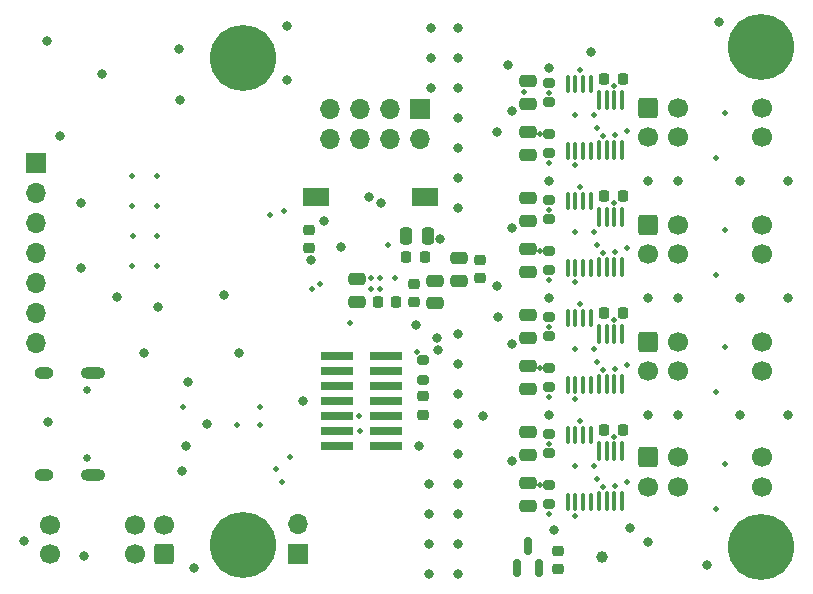
<source format=gts>
G04 #@! TF.GenerationSoftware,KiCad,Pcbnew,(6.0.11)*
G04 #@! TF.CreationDate,2023-05-24T19:33:28+02:00*
G04 #@! TF.ProjectId,an2can,616e3263-616e-42e6-9b69-6361645f7063,V0*
G04 #@! TF.SameCoordinates,Original*
G04 #@! TF.FileFunction,Soldermask,Top*
G04 #@! TF.FilePolarity,Negative*
%FSLAX46Y46*%
G04 Gerber Fmt 4.6, Leading zero omitted, Abs format (unit mm)*
G04 Created by KiCad (PCBNEW (6.0.11)) date 2023-05-24 19:33:28*
%MOMM*%
%LPD*%
G01*
G04 APERTURE LIST*
G04 Aperture macros list*
%AMRoundRect*
0 Rectangle with rounded corners*
0 $1 Rounding radius*
0 $2 $3 $4 $5 $6 $7 $8 $9 X,Y pos of 4 corners*
0 Add a 4 corners polygon primitive as box body*
4,1,4,$2,$3,$4,$5,$6,$7,$8,$9,$2,$3,0*
0 Add four circle primitives for the rounded corners*
1,1,$1+$1,$2,$3*
1,1,$1+$1,$4,$5*
1,1,$1+$1,$6,$7*
1,1,$1+$1,$8,$9*
0 Add four rect primitives between the rounded corners*
20,1,$1+$1,$2,$3,$4,$5,0*
20,1,$1+$1,$4,$5,$6,$7,0*
20,1,$1+$1,$6,$7,$8,$9,0*
20,1,$1+$1,$8,$9,$2,$3,0*%
G04 Aperture macros list end*
%ADD10C,1.700000*%
%ADD11RoundRect,0.250000X-0.600000X-0.600000X0.600000X-0.600000X0.600000X0.600000X-0.600000X0.600000X0*%
%ADD12C,1.000000*%
%ADD13RoundRect,0.250000X-0.475000X0.250000X-0.475000X-0.250000X0.475000X-0.250000X0.475000X0.250000X0*%
%ADD14RoundRect,0.200000X-0.275000X0.200000X-0.275000X-0.200000X0.275000X-0.200000X0.275000X0.200000X0*%
%ADD15R,2.180000X1.600000*%
%ADD16C,5.600000*%
%ADD17RoundRect,0.100000X0.100000X-0.712500X0.100000X0.712500X-0.100000X0.712500X-0.100000X-0.712500X0*%
%ADD18RoundRect,0.225000X0.225000X0.250000X-0.225000X0.250000X-0.225000X-0.250000X0.225000X-0.250000X0*%
%ADD19RoundRect,0.250000X0.475000X-0.250000X0.475000X0.250000X-0.475000X0.250000X-0.475000X-0.250000X0*%
%ADD20RoundRect,0.225000X-0.250000X0.225000X-0.250000X-0.225000X0.250000X-0.225000X0.250000X0.225000X0*%
%ADD21RoundRect,0.200000X0.275000X-0.200000X0.275000X0.200000X-0.275000X0.200000X-0.275000X-0.200000X0*%
%ADD22RoundRect,0.250000X0.600000X0.600000X-0.600000X0.600000X-0.600000X-0.600000X0.600000X-0.600000X0*%
%ADD23RoundRect,0.218750X-0.218750X-0.256250X0.218750X-0.256250X0.218750X0.256250X-0.218750X0.256250X0*%
%ADD24R,2.790000X0.740000*%
%ADD25RoundRect,0.100000X0.100000X-0.637500X0.100000X0.637500X-0.100000X0.637500X-0.100000X-0.637500X0*%
%ADD26R,1.700000X1.700000*%
%ADD27O,1.700000X1.700000*%
%ADD28RoundRect,0.218750X0.256250X-0.218750X0.256250X0.218750X-0.256250X0.218750X-0.256250X-0.218750X0*%
%ADD29RoundRect,0.250000X-0.250000X-0.475000X0.250000X-0.475000X0.250000X0.475000X-0.250000X0.475000X0*%
%ADD30RoundRect,0.150000X0.150000X-0.587500X0.150000X0.587500X-0.150000X0.587500X-0.150000X-0.587500X0*%
%ADD31RoundRect,0.225000X0.250000X-0.225000X0.250000X0.225000X-0.250000X0.225000X-0.250000X-0.225000X0*%
%ADD32C,0.650000*%
%ADD33O,2.100000X1.000000*%
%ADD34O,1.600000X1.000000*%
%ADD35C,0.800000*%
%ADD36C,0.500000*%
G04 APERTURE END LIST*
D10*
X126266000Y-74696000D03*
X126266000Y-77196000D03*
D11*
X116586000Y-74696000D03*
D10*
X116586000Y-77196000D03*
X119086000Y-74696000D03*
X119086000Y-77196000D03*
D12*
X112649000Y-112776000D03*
D13*
X106426000Y-96586000D03*
X106426000Y-98486000D03*
D14*
X108204000Y-106617000D03*
X108204000Y-108267000D03*
D15*
X97681000Y-82296000D03*
X88501000Y-82296000D03*
D16*
X126111000Y-69596000D03*
D17*
X112436000Y-78292500D03*
X113086000Y-78292500D03*
X113736000Y-78292500D03*
X114386000Y-78292500D03*
X114386000Y-74067500D03*
X113736000Y-74067500D03*
X113086000Y-74067500D03*
X112436000Y-74067500D03*
D18*
X114440000Y-101981000D03*
X112890000Y-101981000D03*
D14*
X108204000Y-96711000D03*
X108204000Y-98361000D03*
D19*
X106426000Y-74356000D03*
X106426000Y-72456000D03*
X98552000Y-91247000D03*
X98552000Y-89347000D03*
D18*
X114440000Y-92075000D03*
X112890000Y-92075000D03*
D13*
X106426000Y-76774000D03*
X106426000Y-78674000D03*
D20*
X108966000Y-112255000D03*
X108966000Y-113805000D03*
D14*
X108204000Y-76899000D03*
X108204000Y-78549000D03*
D13*
X100584000Y-87442000D03*
X100584000Y-89342000D03*
D21*
X108204000Y-103949000D03*
X108204000Y-102299000D03*
D10*
X65931000Y-110002000D03*
X65931000Y-112502000D03*
D22*
X75611000Y-112502000D03*
D10*
X75611000Y-110002000D03*
X73111000Y-112502000D03*
X73111000Y-110002000D03*
D19*
X106426000Y-94168000D03*
X106426000Y-92268000D03*
D23*
X93700500Y-91186000D03*
X95275500Y-91186000D03*
D24*
X94356500Y-103378000D03*
X90286500Y-103378000D03*
X94356500Y-102108000D03*
X90286500Y-102108000D03*
X94356500Y-100838000D03*
X90286500Y-100838000D03*
X94356500Y-99568000D03*
X90286500Y-99568000D03*
X94356500Y-98298000D03*
X90286500Y-98298000D03*
X94356500Y-97028000D03*
X90286500Y-97028000D03*
X94356500Y-95758000D03*
X90286500Y-95758000D03*
D25*
X109769000Y-108125500D03*
X110419000Y-108125500D03*
X111069000Y-108125500D03*
X111719000Y-108125500D03*
X111719000Y-102400500D03*
X111069000Y-102400500D03*
X110419000Y-102400500D03*
X109769000Y-102400500D03*
D17*
X112436000Y-98104500D03*
X113086000Y-98104500D03*
X113736000Y-98104500D03*
X114386000Y-98104500D03*
X114386000Y-93879500D03*
X113736000Y-93879500D03*
X113086000Y-93879500D03*
X112436000Y-93879500D03*
D18*
X114440000Y-72263000D03*
X112890000Y-72263000D03*
D19*
X91948000Y-91120000D03*
X91948000Y-89220000D03*
D10*
X126266000Y-106787000D03*
X126266000Y-104287000D03*
D11*
X116586000Y-104287000D03*
D10*
X116586000Y-106787000D03*
X119086000Y-104287000D03*
X119086000Y-106787000D03*
D14*
X97536000Y-96076000D03*
X97536000Y-97726000D03*
D26*
X97272000Y-74803000D03*
D27*
X97272000Y-77343000D03*
X94732000Y-74803000D03*
X94732000Y-77343000D03*
X92192000Y-74803000D03*
X92192000Y-77343000D03*
X89652000Y-74803000D03*
X89652000Y-77343000D03*
D28*
X97536000Y-100736500D03*
X97536000Y-99161500D03*
D25*
X109769000Y-88313500D03*
X110419000Y-88313500D03*
X111069000Y-88313500D03*
X111719000Y-88313500D03*
X111719000Y-82588500D03*
X111069000Y-82588500D03*
X110419000Y-82588500D03*
X109769000Y-82588500D03*
X109769000Y-98219500D03*
X110419000Y-98219500D03*
X111069000Y-98219500D03*
X111719000Y-98219500D03*
X111719000Y-92494500D03*
X111069000Y-92494500D03*
X110419000Y-92494500D03*
X109769000Y-92494500D03*
D18*
X114440000Y-82169000D03*
X112890000Y-82169000D03*
D21*
X108204000Y-74231000D03*
X108204000Y-72581000D03*
D10*
X126266000Y-94508000D03*
X126266000Y-97008000D03*
D11*
X116586000Y-94508000D03*
D10*
X116586000Y-97008000D03*
X119086000Y-94508000D03*
X119086000Y-97008000D03*
D29*
X96078000Y-85598000D03*
X97978000Y-85598000D03*
D23*
X96113500Y-87376000D03*
X97688500Y-87376000D03*
D30*
X105476000Y-113713500D03*
X107376000Y-113713500D03*
X106426000Y-111838500D03*
D31*
X96774000Y-91199000D03*
X96774000Y-89649000D03*
D21*
X108204000Y-94043000D03*
X108204000Y-92393000D03*
D26*
X86959500Y-112527000D03*
D27*
X86959500Y-109987000D03*
D13*
X106426000Y-106492000D03*
X106426000Y-108392000D03*
D19*
X106426000Y-104074000D03*
X106426000Y-102174000D03*
D13*
X106426000Y-86680000D03*
X106426000Y-88580000D03*
D10*
X126266000Y-84602000D03*
X126266000Y-87102000D03*
D11*
X116586000Y-84602000D03*
D10*
X116586000Y-87102000D03*
X119086000Y-84602000D03*
X119086000Y-87102000D03*
D17*
X112436000Y-108010500D03*
X113086000Y-108010500D03*
X113736000Y-108010500D03*
X114386000Y-108010500D03*
X114386000Y-103785500D03*
X113736000Y-103785500D03*
X113086000Y-103785500D03*
X112436000Y-103785500D03*
D16*
X126111000Y-111887000D03*
D25*
X109769000Y-78407500D03*
X110419000Y-78407500D03*
X111069000Y-78407500D03*
X111719000Y-78407500D03*
X111719000Y-72682500D03*
X111069000Y-72682500D03*
X110419000Y-72682500D03*
X109769000Y-72682500D03*
D14*
X108204000Y-86805000D03*
X108204000Y-88455000D03*
D21*
X108204000Y-84137000D03*
X108204000Y-82487000D03*
D20*
X102362000Y-87617000D03*
X102362000Y-89167000D03*
D16*
X82270000Y-70495000D03*
D26*
X64770000Y-79375000D03*
D27*
X64770000Y-81915000D03*
X64770000Y-84455000D03*
X64770000Y-86995000D03*
X64770000Y-89535000D03*
X64770000Y-92075000D03*
X64770000Y-94615000D03*
D16*
X82296000Y-111760000D03*
D20*
X87884000Y-85077000D03*
X87884000Y-86627000D03*
D19*
X106426000Y-84262000D03*
X106426000Y-82362000D03*
D17*
X112436000Y-88198500D03*
X113086000Y-88198500D03*
X113736000Y-88198500D03*
X114386000Y-88198500D03*
X114386000Y-83973500D03*
X113736000Y-83973500D03*
X113086000Y-83973500D03*
X112436000Y-83973500D03*
D32*
X69096000Y-104363000D03*
X69096000Y-98583000D03*
D33*
X69626000Y-97153000D03*
D34*
X65446000Y-97153000D03*
X65446000Y-105793000D03*
D33*
X69626000Y-105793000D03*
D35*
X128397000Y-80899000D03*
D36*
X112268000Y-76454000D03*
D35*
X100457000Y-96393000D03*
X100457000Y-101473000D03*
X108204000Y-100711000D03*
X108204000Y-71374000D03*
X103759000Y-76749000D03*
X100457000Y-93853000D03*
X122555000Y-67437000D03*
X100457000Y-83185000D03*
X100457000Y-106553000D03*
X100457000Y-98933000D03*
X100457000Y-78105000D03*
X100457000Y-104013000D03*
X100457000Y-111633000D03*
X124333000Y-100711000D03*
X100457000Y-67945000D03*
X103886000Y-92456000D03*
X100457000Y-109093000D03*
X119126000Y-100711000D03*
X103759000Y-89789000D03*
X100457000Y-73025000D03*
D36*
X112268000Y-106172000D03*
X112268000Y-86360000D03*
D35*
X119126000Y-80899000D03*
X119126000Y-90805000D03*
X108204000Y-80899000D03*
D36*
X112268000Y-96266000D03*
D35*
X100457000Y-80645000D03*
X102616000Y-100838000D03*
X100457000Y-114173000D03*
X108204000Y-90805000D03*
X116586000Y-111506000D03*
X100457000Y-75565000D03*
X111760000Y-69977000D03*
X124333000Y-80899000D03*
X100457000Y-70485000D03*
X124333000Y-90805000D03*
X128397000Y-100711000D03*
X121539000Y-113411000D03*
X108585000Y-110490000D03*
X128397000Y-90805000D03*
D36*
X106045000Y-73406000D03*
X113665000Y-102621449D03*
X113665000Y-92715449D03*
D35*
X115062000Y-110325500D03*
D36*
X113666844Y-72906034D03*
X113665000Y-82809449D03*
D35*
X89154000Y-84328000D03*
X98820351Y-95223457D03*
X77470000Y-103378000D03*
X96896701Y-93095299D03*
X71628000Y-90717500D03*
X93980000Y-82804000D03*
D36*
X85598000Y-106426000D03*
D35*
X85979000Y-67818000D03*
X65786000Y-101346000D03*
X87376000Y-99568000D03*
X78105000Y-113665000D03*
X98044000Y-106553000D03*
D36*
X93091000Y-89154000D03*
X93853000Y-89154000D03*
D35*
X98044000Y-114173000D03*
X68834000Y-112649000D03*
X65659000Y-69088000D03*
D36*
X93091000Y-90043000D03*
D35*
X98171000Y-73025000D03*
X66802000Y-77089000D03*
X68580000Y-82804000D03*
X88011000Y-87630000D03*
X85979000Y-72390000D03*
D36*
X93853000Y-90043000D03*
D35*
X98171000Y-70485000D03*
X98044000Y-111633000D03*
X70358000Y-71882000D03*
X98679000Y-94234000D03*
X63754000Y-111379000D03*
X97155000Y-103378000D03*
D36*
X95123000Y-89154000D03*
D35*
X98933000Y-85852000D03*
X77597000Y-97917000D03*
X77139050Y-105463242D03*
X68580000Y-88265000D03*
X76835000Y-69723000D03*
X80645000Y-90551000D03*
X90576264Y-86495150D03*
X79248000Y-101473000D03*
X98171000Y-67945000D03*
X98044000Y-109093000D03*
X73914000Y-95504000D03*
X81915000Y-95504000D03*
D36*
X91313000Y-92964000D03*
D35*
X76962000Y-74041000D03*
X105029000Y-104648002D03*
D36*
X94543500Y-86357000D03*
D35*
X104711462Y-71090368D03*
X105029000Y-84863334D03*
X105029000Y-94755668D03*
X105029000Y-74971000D03*
X75057000Y-91567000D03*
X116586000Y-80899000D03*
X116586000Y-90805000D03*
X116586000Y-100711000D03*
D36*
X92202000Y-102108000D03*
X92075000Y-100838000D03*
X88773000Y-89599500D03*
X88138000Y-90099500D03*
X84582000Y-83820000D03*
X85090000Y-105283000D03*
X86233000Y-104267000D03*
X85725000Y-83439000D03*
X97028000Y-95353500D03*
X75027000Y-88138000D03*
X72868000Y-88138000D03*
X75027000Y-85598000D03*
X72995000Y-85598000D03*
X72868000Y-83058000D03*
X75027000Y-83058000D03*
X75027000Y-80518000D03*
X72868000Y-80518000D03*
X81788000Y-101600000D03*
X83693000Y-101600000D03*
X112777310Y-86992320D03*
X113792000Y-86934500D03*
X112777310Y-77086320D03*
X113792000Y-77028500D03*
X112777310Y-96898320D03*
X113792000Y-96840500D03*
X112777310Y-106804320D03*
X113792000Y-106746500D03*
X110779933Y-81467404D03*
X110779933Y-71561404D03*
X110779933Y-91373404D03*
X110779933Y-101279404D03*
X107452071Y-106620251D03*
X108204000Y-83336500D03*
X108204000Y-73430500D03*
X108204000Y-93242500D03*
X108204000Y-103148500D03*
X108204000Y-89304500D03*
X110419000Y-85273000D03*
X108204000Y-79398500D03*
X110419000Y-75367000D03*
X108204000Y-99210500D03*
X110419000Y-95179000D03*
X108204000Y-109116500D03*
X110419000Y-105085000D03*
X77216000Y-100076000D03*
X83693000Y-100076000D03*
X112014000Y-85210500D03*
X114779501Y-86594931D03*
X122364000Y-88901181D03*
X123063000Y-85090000D03*
X114779501Y-76688931D03*
X112014000Y-75304500D03*
X122364000Y-78995181D03*
X123063000Y-75184000D03*
X114779501Y-96500931D03*
X112014000Y-95116500D03*
X122364000Y-98807181D03*
X123063000Y-94996000D03*
X112014000Y-105022500D03*
X122364000Y-108713181D03*
X114779501Y-106406931D03*
X123063000Y-104902000D03*
D35*
X92964000Y-82296000D03*
D36*
X107452071Y-86808251D03*
X107452071Y-76902251D03*
X107452071Y-96714251D03*
X110429749Y-89504928D03*
X110429749Y-79598928D03*
X110429749Y-99410928D03*
X110429749Y-109316928D03*
M02*

</source>
